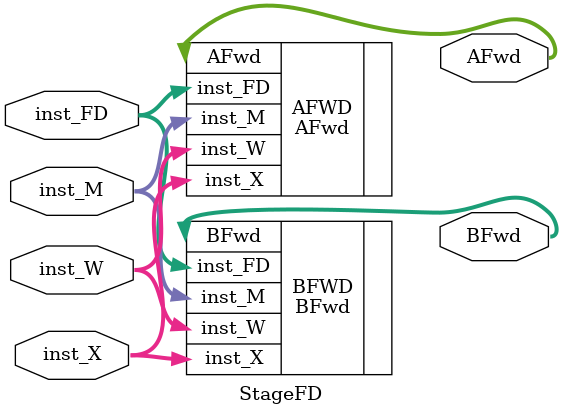
<source format=v>
/*
Module:
    Fetch and Decode Stage (StageFD)

Description:
    Determines the control logic bits for PCSel, RegWEn, AFwd, and BFwd.

Input:
    inst_FD: 32-bit instruction in the FD stage
    inst_X : 32-bit instruction in the X  stage
    inst_M : 32-bit instruction in the M  stage
    inst_W : 32-bit instruction in the W  stage

Outputs:
    AFwd: 8-bit signal that determines A forwarding
    BFwd: 8-bit signal that determines B forwarding

Authors:
    Matthew Dharmawan and Reuben Koshy Thomas

*/
`include "Opcode.vh"
`include "ControlLogicSel.vh"

module StageFD (
    input [31:0] inst_FD,
    input [31:0] inst_X,
    input [31:0] inst_M,
    input [31:0] inst_W,


    output [2:0] AFwd,
    output [2:0] BFwd
);

AFwd AFWD (
    .inst_FD(inst_FD), // Resolve it to be sent the register bits instead
    .inst_X(inst_X),
    .inst_M(inst_M),
    .inst_W(inst_W),

    .AFwd(AFwd)
);

BFwd BFWD (
    .inst_FD(inst_FD), // Resolve it to be sent the register bits instead
    .inst_X(inst_X),
    .inst_M(inst_M),
    .inst_W(inst_W),

    .BFwd(BFwd)
);

endmodule
</source>
